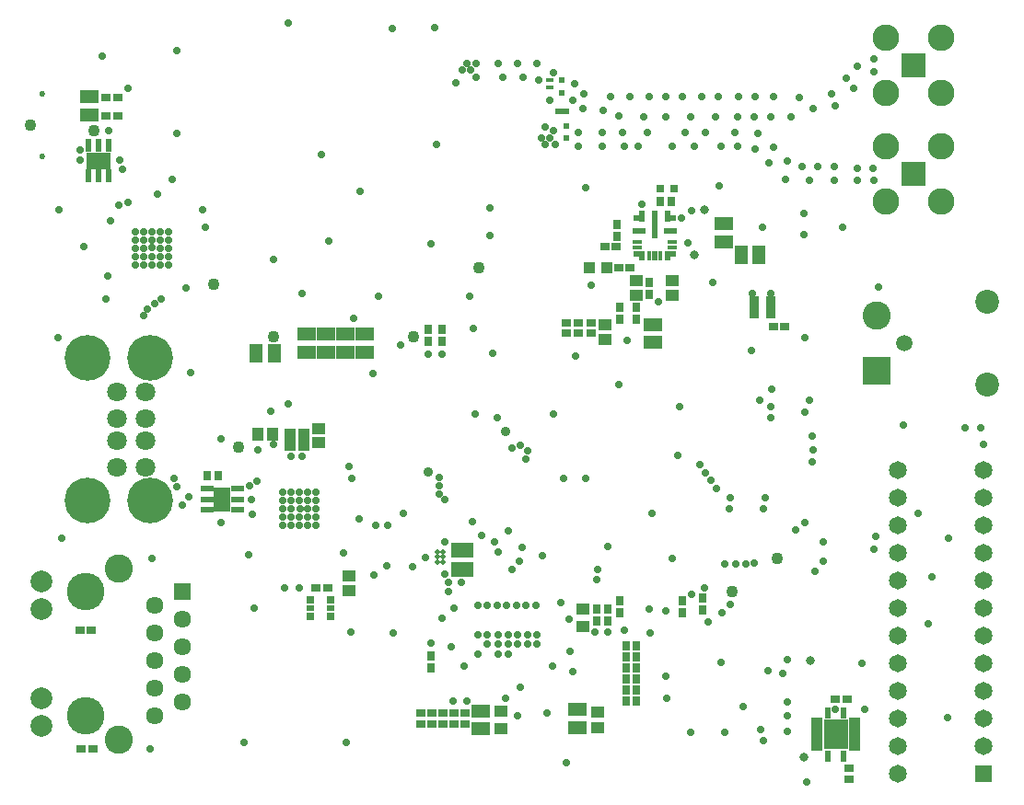
<source format=gbr>
%TF.GenerationSoftware,Altium Limited,Altium Designer,23.8.1 (32)*%
G04 Layer_Color=16711935*
%FSLAX45Y45*%
%MOMM*%
%TF.SameCoordinates,47205040-CD91-4698-B5C6-F5A5CD4DDF21*%
%TF.FilePolarity,Negative*%
%TF.FileFunction,Soldermask,Bot*%
%TF.Part,Single*%
G01*
G75*
%TA.AperFunction,SMDPad,CuDef*%
%ADD87R,0.60000X0.57000*%
%ADD100R,0.76320X0.82320*%
%ADD101R,0.82320X0.76320*%
%ADD102R,1.67320X1.19320*%
%ADD103R,0.95320X0.80320*%
%ADD107R,0.80320X0.95320*%
%ADD108R,1.00320X1.00320*%
%ADD112R,1.22320X1.07320*%
%ADD113R,1.00320X1.14320*%
%ADD115R,1.14320X1.00320*%
%TA.AperFunction,ComponentPad*%
%ADD119C,2.45320*%
%ADD120R,2.30320X2.30320*%
%ADD121R,1.64920X1.64920*%
%ADD122C,1.64920*%
%ADD123C,2.19820*%
%ADD124C,1.49820*%
%ADD125C,2.60320*%
%ADD126R,2.60320X2.60320*%
%ADD127C,4.20320*%
%ADD128C,1.80320*%
%ADD129C,0.52820*%
%ADD130R,1.61120X1.61120*%
%ADD131C,3.45320*%
%ADD132C,1.61120*%
%ADD133C,2.00320*%
%TA.AperFunction,ViaPad*%
%ADD134C,0.70320*%
%ADD135C,1.10320*%
%ADD136C,0.80320*%
%ADD137C,0.90320*%
%TA.AperFunction,SMDPad,CuDef*%
%ADD138R,0.87320X0.50320*%
%ADD139R,0.48320X1.05320*%
%ADD140R,1.05320X0.48320*%
%ADD141R,2.25320X2.75320*%
%ADD142R,0.80320X0.80320*%
%ADD143R,0.80320X0.60320*%
%TA.AperFunction,BGAPad,CuDef*%
%ADD144C,0.50920*%
%TA.AperFunction,SMDPad,CuDef*%
%ADD145R,2.00320X1.40320*%
%ADD146R,1.19320X1.67320*%
%ADD147R,0.75320X0.80320*%
%ADD148R,0.80320X0.55320*%
%ADD149R,0.90320X0.45320*%
%ADD150R,1.20320X0.60320*%
%ADD151R,0.60320X1.00320*%
%ADD152R,0.60320X2.60320*%
%ADD153R,0.60320X0.90320*%
%ADD154R,0.45320X0.90320*%
%ADD155R,0.50320X0.90320*%
%ADD156R,2.20320X1.50320*%
%ADD157R,0.60320X1.20320*%
%ADD158R,1.20320X1.10320*%
%ADD159R,1.08320X0.98320*%
%ADD160R,1.50320X2.20320*%
%ADD161R,0.66320X0.62320*%
%ADD162R,0.70320X0.45320*%
D87*
X7848600Y8794100D02*
D03*
Y8681100D02*
D03*
X7810500Y9213200D02*
D03*
Y9100200D02*
D03*
D100*
X8493500Y4013200D02*
D03*
X8397500D02*
D03*
X8493500Y3911600D02*
D03*
X8397500D02*
D03*
X8493500Y3606800D02*
D03*
X8397500D02*
D03*
X8493500Y3810000D02*
D03*
X8397500D02*
D03*
X8493500Y3505200D02*
D03*
X8397500D02*
D03*
X8493500Y3708400D02*
D03*
X8397500D02*
D03*
X8811000Y8102600D02*
D03*
X8715000D02*
D03*
X4645400Y5575300D02*
D03*
X4549400D02*
D03*
D101*
X7962901Y6886200D02*
D03*
Y6982200D02*
D03*
X7848601Y6886200D02*
D03*
Y6982200D02*
D03*
X8077201Y6886200D02*
D03*
Y6982200D02*
D03*
X10452100Y2784100D02*
D03*
Y2880100D02*
D03*
X6921500Y3292100D02*
D03*
Y3388100D02*
D03*
X6819900Y3292100D02*
D03*
Y3388100D02*
D03*
X6616700Y3292100D02*
D03*
Y3388100D02*
D03*
X6718300Y3292100D02*
D03*
Y3388100D02*
D03*
X6515100Y3292100D02*
D03*
Y3388100D02*
D03*
D102*
X8648700Y6801400D02*
D03*
Y6965400D02*
D03*
X7950200Y3422100D02*
D03*
Y3258100D02*
D03*
X5816601Y6712500D02*
D03*
Y6876500D02*
D03*
X5461001Y6712500D02*
D03*
Y6876500D02*
D03*
X5994401Y6712500D02*
D03*
Y6876500D02*
D03*
X5638801Y6712500D02*
D03*
Y6876500D02*
D03*
X9296400Y7728500D02*
D03*
Y7892500D02*
D03*
X7061200Y3245400D02*
D03*
Y3409400D02*
D03*
X3467099Y8896900D02*
D03*
Y9060900D02*
D03*
D103*
X10430900Y3517900D02*
D03*
X10320900D02*
D03*
X5655700Y4546600D02*
D03*
X5545700D02*
D03*
X8310000Y7683500D02*
D03*
X8200000D02*
D03*
X8437000Y7493000D02*
D03*
X8327000D02*
D03*
X9859400Y6946900D02*
D03*
X9749400D02*
D03*
X3725300Y9055100D02*
D03*
X3615300D02*
D03*
Y8890000D02*
D03*
X3725300D02*
D03*
X3386700Y3060700D02*
D03*
X3496700D02*
D03*
X3374000Y4152900D02*
D03*
X3484000D02*
D03*
D107*
X6604000Y3915800D02*
D03*
Y3805800D02*
D03*
X8318500Y7780900D02*
D03*
Y7890900D02*
D03*
X8496300Y7128900D02*
D03*
Y7018900D02*
D03*
X8343900D02*
D03*
Y7128900D02*
D03*
X8610600Y7247500D02*
D03*
Y7357500D02*
D03*
X8915400Y4313800D02*
D03*
Y4423800D02*
D03*
X9105900Y4339200D02*
D03*
Y4449200D02*
D03*
X8343900Y4423800D02*
D03*
Y4313800D02*
D03*
X6705600Y6925700D02*
D03*
Y6815700D02*
D03*
X6578600Y6925700D02*
D03*
Y6815700D02*
D03*
X8128000Y4347600D02*
D03*
Y4237600D02*
D03*
X8229600Y4347600D02*
D03*
Y4237600D02*
D03*
D108*
X8060700Y7493000D02*
D03*
X8220700D02*
D03*
D112*
X8204200Y6828100D02*
D03*
Y6964100D02*
D03*
X8140700Y3395400D02*
D03*
Y3259400D02*
D03*
X5854700Y4516700D02*
D03*
Y4652700D02*
D03*
X8826500Y7234500D02*
D03*
Y7370500D02*
D03*
D113*
X5013000Y5956300D02*
D03*
X5147000D02*
D03*
D115*
X8496300Y7369500D02*
D03*
Y7235500D02*
D03*
X5575300Y6010600D02*
D03*
Y5876600D02*
D03*
D119*
X10786000Y9096000D02*
D03*
Y9604000D02*
D03*
X11294000D02*
D03*
Y9096000D02*
D03*
X10786000Y8096000D02*
D03*
Y8604000D02*
D03*
X11294000D02*
D03*
Y8096000D02*
D03*
D120*
X11040000Y9350000D02*
D03*
Y8350000D02*
D03*
D121*
X11684000Y2832100D02*
D03*
D122*
Y3086100D02*
D03*
Y3340100D02*
D03*
Y3594100D02*
D03*
Y3848100D02*
D03*
Y4102100D02*
D03*
Y4356100D02*
D03*
Y4610100D02*
D03*
Y4864100D02*
D03*
Y5118100D02*
D03*
Y5372100D02*
D03*
Y5626100D02*
D03*
X10897000D02*
D03*
Y5372100D02*
D03*
Y5118100D02*
D03*
Y4864100D02*
D03*
Y4610100D02*
D03*
Y4356100D02*
D03*
Y4102100D02*
D03*
Y3848100D02*
D03*
Y3594100D02*
D03*
Y3340100D02*
D03*
Y3086100D02*
D03*
Y2832100D02*
D03*
D123*
X11722100Y6413500D02*
D03*
Y7175500D02*
D03*
D124*
X10960100Y6794500D02*
D03*
D125*
X10706100Y7048500D02*
D03*
X3736000Y4722500D02*
D03*
Y3148500D02*
D03*
D126*
X10706100Y6540500D02*
D03*
D127*
X3450000Y5343000D02*
D03*
X4018000D02*
D03*
X3450000Y6657000D02*
D03*
X4018000D02*
D03*
D128*
X3983000Y6350000D02*
D03*
Y6100000D02*
D03*
Y5900000D02*
D03*
Y5650000D02*
D03*
X3721000Y6350000D02*
D03*
Y6100000D02*
D03*
Y5900000D02*
D03*
Y5650000D02*
D03*
D129*
X3031100Y9090100D02*
D03*
Y8512100D02*
D03*
D130*
X4320000Y4508500D02*
D03*
D131*
X3431000D02*
D03*
Y3365500D02*
D03*
D132*
X4066000Y4381500D02*
D03*
X4320000Y4254500D02*
D03*
X4066000Y4127500D02*
D03*
X4320000Y4000500D02*
D03*
X4066000Y3873500D02*
D03*
X4320000Y3746500D02*
D03*
X4066000Y3619500D02*
D03*
X4320000Y3492500D02*
D03*
X4066000Y3365500D02*
D03*
D133*
X3025000Y4601500D02*
D03*
Y4346500D02*
D03*
Y3526500D02*
D03*
Y3271500D02*
D03*
D134*
X9563100Y7251700D02*
D03*
X9728200D02*
D03*
X8763000Y4330700D02*
D03*
X7035800Y3937000D02*
D03*
X7315200D02*
D03*
X7226300D02*
D03*
X7124700Y4025900D02*
D03*
X7226300D02*
D03*
X7035800Y4114800D02*
D03*
Y4381500D02*
D03*
X7569200D02*
D03*
X7581900Y4114800D02*
D03*
Y4025900D02*
D03*
X7493000D02*
D03*
X7404100D02*
D03*
X7315200D02*
D03*
X7658100Y8623300D02*
D03*
X7734300Y8750300D02*
D03*
X6896100Y9309100D02*
D03*
X6832600Y9194800D02*
D03*
X7937500Y6680200D02*
D03*
X7734300Y6146800D02*
D03*
X7010400D02*
D03*
X6324600Y6781800D02*
D03*
X5892800Y7023100D02*
D03*
X6997700Y6934200D02*
D03*
X6959600Y7226300D02*
D03*
X6121400D02*
D03*
X6604000Y7708900D02*
D03*
X5664200Y7734300D02*
D03*
X5956300Y8191500D02*
D03*
X6654800Y8623300D02*
D03*
X5600700Y8534400D02*
D03*
X6642100Y9702800D02*
D03*
X6248400Y9690100D02*
D03*
X5295900Y9740900D02*
D03*
X4267200Y9486900D02*
D03*
X3581400Y9436100D02*
D03*
X3644900Y8750300D02*
D03*
X3187700Y8026400D02*
D03*
X4267200Y8724900D02*
D03*
X4229100Y8305800D02*
D03*
X5422900Y7251700D02*
D03*
X5156200Y7569200D02*
D03*
X3619500Y7200900D02*
D03*
X3175000Y6845300D02*
D03*
X5016500Y5816600D02*
D03*
X4394200Y6527800D02*
D03*
X4673600Y5918200D02*
D03*
X3213100Y5003800D02*
D03*
X4038600Y4813300D02*
D03*
X4025900Y3060700D02*
D03*
X4673600Y5143500D02*
D03*
X6350000Y5232400D02*
D03*
X4978400Y4356100D02*
D03*
X5867400Y4140200D02*
D03*
X6807200Y3505200D02*
D03*
X7404100Y3365500D02*
D03*
X7912100Y3771900D02*
D03*
X7823200Y5549900D02*
D03*
X8026400D02*
D03*
X8877300Y5765800D02*
D03*
X8636000Y5232400D02*
D03*
X8826500Y4813300D02*
D03*
X9271000Y3860800D02*
D03*
X9474200Y3454400D02*
D03*
X9702800Y3784600D02*
D03*
X10058400Y2755900D02*
D03*
X11353800Y3352800D02*
D03*
X10591800Y3429000D02*
D03*
X11176000Y4216400D02*
D03*
X11214100Y4648200D02*
D03*
X10210800Y4965700D02*
D03*
X10109200Y5702300D02*
D03*
X11087100Y5232400D02*
D03*
X11684000Y5867400D02*
D03*
X10947400Y6045200D02*
D03*
X10718800Y7315200D02*
D03*
X10388600Y7861300D02*
D03*
X10045700Y6845300D02*
D03*
X9550400Y6731000D02*
D03*
X8890000Y6210300D02*
D03*
X8331200Y6413500D02*
D03*
X8407400Y6819900D02*
D03*
X9194800Y7353300D02*
D03*
X9652000Y7861300D02*
D03*
X9258300Y8242300D02*
D03*
X8077200Y7327900D02*
D03*
X8026400Y8229600D02*
D03*
X9994900Y9055100D02*
D03*
X10528300Y8293100D02*
D03*
X10680700D02*
D03*
X10668000Y8407400D02*
D03*
X10528300D02*
D03*
X10312400Y8420100D02*
D03*
Y8293100D02*
D03*
X10160000Y8420100D02*
D03*
X10083800Y8293100D02*
D03*
X9867900Y8305800D02*
D03*
X9715500Y8458200D02*
D03*
X10020300Y8420100D02*
D03*
X9880600Y8470900D02*
D03*
X9753600Y8597900D02*
D03*
X9613900Y8724900D02*
D03*
X9588500Y8585200D02*
D03*
X9423400Y8610600D02*
D03*
X9398000Y8737600D02*
D03*
X9131300D02*
D03*
X9271000Y8610600D02*
D03*
X9029700D02*
D03*
X8826500D02*
D03*
X8940800Y8737600D02*
D03*
X8597900D02*
D03*
X8509000Y8610600D02*
D03*
X8382000D02*
D03*
X8178800D02*
D03*
X8369300Y8737600D02*
D03*
X8178800D02*
D03*
X7962900D02*
D03*
Y8610600D02*
D03*
X7747000Y8623300D02*
D03*
X7620000Y8686800D02*
D03*
X7658100Y8788400D02*
D03*
X7696200Y9029700D02*
D03*
X7912100D02*
D03*
X8001000Y8953500D02*
D03*
X8191500Y8940800D02*
D03*
X8331200Y8890000D02*
D03*
X8559800Y8877300D02*
D03*
X8763000D02*
D03*
X8991600D02*
D03*
X9220200D02*
D03*
X9423400D02*
D03*
X9575800D02*
D03*
X9728200D02*
D03*
X9918700D02*
D03*
X10121900Y8953500D02*
D03*
X10325100Y8978900D02*
D03*
X10490200Y9144000D02*
D03*
X10680700Y9296400D02*
D03*
Y9410700D02*
D03*
X10528300Y9347200D02*
D03*
X10426700Y9232900D02*
D03*
X10287000Y9093200D02*
D03*
X9753600Y9067800D02*
D03*
X9588500D02*
D03*
X9436100D02*
D03*
X9245600D02*
D03*
X9093200D02*
D03*
X8915400D02*
D03*
X8763000D02*
D03*
X8610600D02*
D03*
X8432800D02*
D03*
X8255000D02*
D03*
X8013700Y9093200D02*
D03*
X7924800Y9182100D02*
D03*
X7734300Y9283700D02*
D03*
X7594600Y9220200D02*
D03*
X7454900Y9245600D02*
D03*
X7264400D02*
D03*
X7023100D02*
D03*
X7581900Y9372600D02*
D03*
X7404100D02*
D03*
X7226300D02*
D03*
X7023100D02*
D03*
X6934200D02*
D03*
X4889500Y3124200D02*
D03*
X5829300D02*
D03*
X7848600Y2933700D02*
D03*
X8991600Y3213100D02*
D03*
X7670800Y3390900D02*
D03*
X8775700Y3530600D02*
D03*
X8763000Y3733800D02*
D03*
X7188200Y4965700D02*
D03*
X6769100Y4597400D02*
D03*
X9309100Y4762500D02*
D03*
X7124700Y4114800D02*
D03*
X7226300D02*
D03*
X7493000D02*
D03*
X7404100D02*
D03*
X7315200D02*
D03*
X7124700Y4381500D02*
D03*
X7480300D02*
D03*
X7391400D02*
D03*
X7213600D02*
D03*
X7302500D02*
D03*
X7480300Y5727700D02*
D03*
X7353300Y5829300D02*
D03*
X6731000Y5359400D02*
D03*
X6680200Y5562600D02*
D03*
X5003800Y5524500D02*
D03*
X4965700Y5219700D02*
D03*
X4241800Y5549900D02*
D03*
X4318000Y5308600D02*
D03*
X9575800Y4775200D02*
D03*
X3962400Y7048500D02*
D03*
X4127500Y7200900D02*
D03*
X3378200Y8572500D02*
D03*
X3771900Y8394700D02*
D03*
X3378200Y8483600D02*
D03*
X3746500D02*
D03*
X5473700Y5118100D02*
D03*
X5549900D02*
D03*
Y5194300D02*
D03*
X5473700D02*
D03*
X5397500D02*
D03*
Y5118100D02*
D03*
X5321300D02*
D03*
Y5194300D02*
D03*
X5245100Y5118100D02*
D03*
Y5194300D02*
D03*
X5321300Y5346700D02*
D03*
X5397500D02*
D03*
X5473700D02*
D03*
X5549900D02*
D03*
Y5422900D02*
D03*
X5473700D02*
D03*
X5397500D02*
D03*
X5321300D02*
D03*
X5245100D02*
D03*
Y5346700D02*
D03*
Y5270500D02*
D03*
X5321300D02*
D03*
X5549900D02*
D03*
X5473700D02*
D03*
X4191000Y7747000D02*
D03*
Y7823200D02*
D03*
X4114800D02*
D03*
Y7747000D02*
D03*
X4191000Y7518400D02*
D03*
Y7594600D02*
D03*
X4114800Y7518400D02*
D03*
Y7594600D02*
D03*
X3886200Y7518400D02*
D03*
X3962400D02*
D03*
Y7594600D02*
D03*
X3886200D02*
D03*
Y7823200D02*
D03*
Y7747000D02*
D03*
Y7670800D02*
D03*
X3962400Y7747000D02*
D03*
Y7823200D02*
D03*
X4038600D02*
D03*
Y7747000D02*
D03*
Y7518400D02*
D03*
Y7594600D02*
D03*
X3962400Y7670800D02*
D03*
X4191000D02*
D03*
X4114800D02*
D03*
X6604000Y4038600D02*
D03*
X5422900Y5753100D02*
D03*
X6261100Y4127500D02*
D03*
X7150100Y7785100D02*
D03*
Y8039100D02*
D03*
X9309100Y3213100D02*
D03*
X8623300Y4127500D02*
D03*
X8140700Y4711700D02*
D03*
X7353300D02*
D03*
X7416800Y4787900D02*
D03*
X4508500Y8026400D02*
D03*
X3822700Y8089900D02*
D03*
X5257800Y4546600D02*
D03*
X5398100Y5267300D02*
D03*
X4039200Y7671600D02*
D03*
X9639300Y3238500D02*
D03*
X9664700Y3136900D02*
D03*
X10325100Y3429000D02*
D03*
X9880600Y3225800D02*
D03*
Y3365500D02*
D03*
Y3492500D02*
D03*
X10210800Y4787900D02*
D03*
X9842500Y3759200D02*
D03*
X9880600Y3886200D02*
D03*
X5854700Y5664200D02*
D03*
X4940300Y5486400D02*
D03*
X4953000Y5359400D02*
D03*
X6438900Y4737100D02*
D03*
X5397500Y4546600D02*
D03*
X6197600Y4749800D02*
D03*
X6083300Y4660900D02*
D03*
X6731000Y4965700D02*
D03*
X6553200Y4826000D02*
D03*
X7073900Y5029200D02*
D03*
X6985000Y5156200D02*
D03*
X8699500Y7175500D02*
D03*
X8547100Y8077200D02*
D03*
X8910300Y7945100D02*
D03*
X8966200Y7721600D02*
D03*
X9004300Y8013700D02*
D03*
X11658600Y6019800D02*
D03*
X11518900D02*
D03*
X10033000Y7797800D02*
D03*
Y7988300D02*
D03*
X11366500Y5003800D02*
D03*
X10680700Y4902200D02*
D03*
X10693400Y5016500D02*
D03*
X10134600Y4699000D02*
D03*
X8613908Y4346708D02*
D03*
X9004300Y4483100D02*
D03*
X9118600Y4546600D02*
D03*
X9156700Y4229100D02*
D03*
X10109200Y5943600D02*
D03*
X10121900Y5816600D02*
D03*
X10083800Y6273800D02*
D03*
X10045700Y6159500D02*
D03*
X9728200Y6210300D02*
D03*
X9740900Y6375400D02*
D03*
X9626600Y6273800D02*
D03*
X9728200Y6108700D02*
D03*
X9080500Y5676900D02*
D03*
X9131300Y5600700D02*
D03*
X9182100Y5537200D02*
D03*
X9232900Y5461000D02*
D03*
X10045700Y5143500D02*
D03*
X9956800Y5080000D02*
D03*
X9664700Y5270500D02*
D03*
X9677400Y5372100D02*
D03*
X8229600Y4927600D02*
D03*
X7175500Y6705600D02*
D03*
X8382000Y4152900D02*
D03*
X6070600Y6515100D02*
D03*
X6096000Y5118100D02*
D03*
X6210300D02*
D03*
X5295900Y6235700D02*
D03*
X5130800Y6172200D02*
D03*
X6680200Y5410200D02*
D03*
Y5486400D02*
D03*
X10566400Y3848100D02*
D03*
X9283700Y4318000D02*
D03*
X9359900Y4394200D02*
D03*
Y5372100D02*
D03*
X9347200Y5270500D02*
D03*
X4928600Y4851400D02*
D03*
X9410700Y4762500D02*
D03*
X9499600D02*
D03*
X4000500Y7112000D02*
D03*
X4064000Y7162800D02*
D03*
X6705600Y4267200D02*
D03*
X3822700Y9144000D02*
D03*
X4356100Y7302500D02*
D03*
X4533900Y7861300D02*
D03*
X4089400Y8166100D02*
D03*
X3632200Y7416800D02*
D03*
X3657600Y7924800D02*
D03*
X5156200Y5867400D02*
D03*
X5321300Y5753100D02*
D03*
X3416300Y7683500D02*
D03*
X3733800Y8064500D02*
D03*
X7493000Y5803900D02*
D03*
X7429500Y5854700D02*
D03*
X7315200Y5067300D02*
D03*
X5803900Y4864100D02*
D03*
X5943600Y5181600D02*
D03*
X5880100Y5549900D02*
D03*
X4381500Y5384800D02*
D03*
X4267200Y5473700D02*
D03*
X6731000Y4673600D02*
D03*
X8128000Y4622800D02*
D03*
X7226300Y4876800D02*
D03*
X7289800Y3530600D02*
D03*
X6819900Y4356100D02*
D03*
X7874000Y4254500D02*
D03*
X7797800Y4406900D02*
D03*
X6705600Y6692900D02*
D03*
X6578600D02*
D03*
X6794500Y4000500D02*
D03*
X7886700Y3962400D02*
D03*
X8229600Y4140200D02*
D03*
X8115300D02*
D03*
X7442200Y4914900D02*
D03*
X7632700Y4838700D02*
D03*
X7696200Y8686800D02*
D03*
X6972300Y9309100D02*
D03*
X7721600Y3822700D02*
D03*
X7429500Y3632200D02*
D03*
X6934200Y3505200D02*
D03*
X6908800Y3822700D02*
D03*
X6769100Y4508500D02*
D03*
X6883400Y4597400D02*
D03*
X7213600Y6108700D02*
D03*
D135*
X3505200Y8750300D02*
D03*
X7048500Y7493000D02*
D03*
X6445250Y6851650D02*
D03*
X9791700Y4813300D02*
D03*
X4838700Y5842000D02*
D03*
X5156200Y6858000D02*
D03*
X9372600Y4508500D02*
D03*
X4610100Y7340600D02*
D03*
X2921000Y8801100D02*
D03*
D136*
X10096500Y3873500D02*
D03*
X10033000Y2984500D02*
D03*
X9029700Y7607300D02*
D03*
X9118600Y8026400D02*
D03*
D137*
X6578600Y5613400D02*
D03*
X7289800Y5981700D02*
D03*
D138*
X9726000Y7049700D02*
D03*
Y7099700D02*
D03*
Y7149700D02*
D03*
Y7199700D02*
D03*
X9578000D02*
D03*
Y7149700D02*
D03*
Y7099700D02*
D03*
Y7049700D02*
D03*
D139*
X10251300Y2997200D02*
D03*
Y3392200D02*
D03*
X10401300D02*
D03*
Y2997200D02*
D03*
D140*
X10153800Y3069700D02*
D03*
Y3119700D02*
D03*
Y3169700D02*
D03*
Y3219700D02*
D03*
Y3269700D02*
D03*
Y3319700D02*
D03*
X10498800D02*
D03*
Y3269700D02*
D03*
Y3219700D02*
D03*
Y3169700D02*
D03*
Y3119700D02*
D03*
Y3069700D02*
D03*
D141*
X10326300Y3194700D02*
D03*
D142*
X5498000Y4431100D02*
D03*
Y4281100D02*
D03*
X5678000D02*
D03*
Y4431100D02*
D03*
D143*
X5498000Y4356100D02*
D03*
X5678000D02*
D03*
X8826400Y7945100D02*
D03*
X8496400D02*
D03*
D144*
X6667500Y4776800D02*
D03*
X6717500D02*
D03*
X6667500Y4826800D02*
D03*
X6717500D02*
D03*
X6667500Y4876800D02*
D03*
X6717500D02*
D03*
D145*
X6896100Y4715600D02*
D03*
Y4885600D02*
D03*
D146*
X9455700Y7607300D02*
D03*
X9619700D02*
D03*
X4998000Y6705600D02*
D03*
X5162000D02*
D03*
D147*
X8840700Y8216900D02*
D03*
X8710700D02*
D03*
D148*
X8496400Y7617600D02*
D03*
X8826400D02*
D03*
D149*
X8821400Y7672600D02*
D03*
Y7722600D02*
D03*
X8501400D02*
D03*
Y7672600D02*
D03*
D150*
X8806400Y7830100D02*
D03*
X8516400D02*
D03*
X4546300Y5454400D02*
D03*
Y5359400D02*
D03*
Y5264400D02*
D03*
X4826300D02*
D03*
Y5359400D02*
D03*
Y5454400D02*
D03*
D151*
X8776400Y7965100D02*
D03*
X8546400D02*
D03*
D152*
X8661400Y7885100D02*
D03*
D153*
X8546400Y7600100D02*
D03*
X8776400D02*
D03*
D154*
X8608900D02*
D03*
X8713900D02*
D03*
D155*
X8661400D02*
D03*
D156*
X3546764Y8473237D02*
D03*
D157*
X3451764Y8333237D02*
D03*
X3546764D02*
D03*
X3641764D02*
D03*
Y8613237D02*
D03*
X3546764D02*
D03*
X3451764D02*
D03*
D158*
X8001000Y4347200D02*
D03*
Y4187200D02*
D03*
X7251700Y3247400D02*
D03*
Y3407400D02*
D03*
D159*
X5308100Y5954500D02*
D03*
X5436100D02*
D03*
Y5856500D02*
D03*
X5308100D02*
D03*
D160*
X4686300Y5359400D02*
D03*
D161*
X7843500Y8928100D02*
D03*
X7777500D02*
D03*
D162*
X7696200Y9149600D02*
D03*
Y9214600D02*
D03*
%TF.MD5,d9e716847fda7020ef66f1a0e4642b87*%
M02*

</source>
